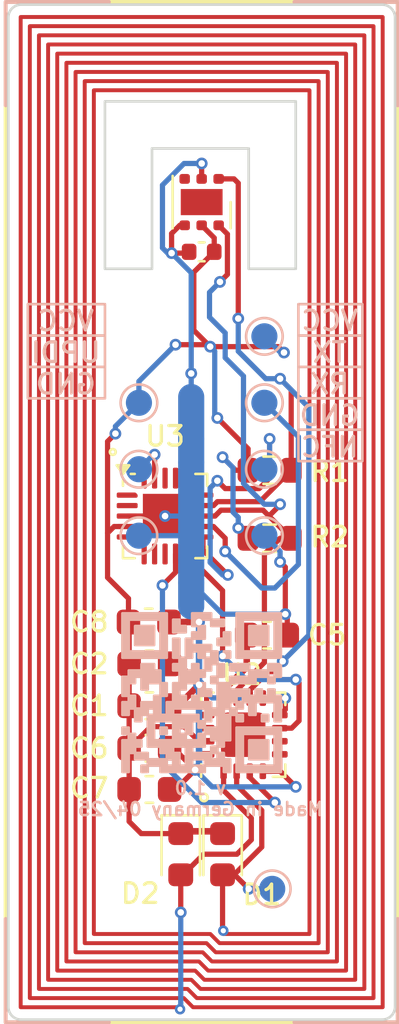
<source format=kicad_pcb>
(kicad_pcb (version 20240108) (generator "pcbnew") (generator_version "8.0")
  (title_block (comment 4 "AISLER Project ID: YAJLMFWK"))
  (layers (0 "F.Cu" signal) (1 "In1.Cu" signal) (2 "In2.Cu" signal) (31 "B.Cu" signal) (34 "B.Paste" user) (35 "F.Paste" user) (36 "B.SilkS" user "B.Silkscreen") (37 "F.SilkS" user "F.Silkscreen") (38 "B.Mask" user) (39 "F.Mask" user) (44 "Edge.Cuts" user))
  (net 0 "")
  (net 1 "GND")
  (net 2 "ANT2")
  (net 3 "ANT1")
  (net 4 "SCL")
  (net 5 "SDA")
  (net 6 "RF430_RST")
  (net 7 "RF430_INT")
  (net 8 "Net-(U2-VCORE)")
  (net 9 "RX")
  (net 11 "UPDI")
  (net 18 "TX")
  (net 19 "ALERT")
  (net 21 "VCC")
  (footprint "Capacitor_SMD:C_0603_1608Metric" (layer "F.Cu") (at 132 56.5)
    (property "Reference" "C5" (at 2.3 0 0) (layer "F.SilkS") (effects (font (size 0.75 0.75) (thickness 0.125))))
    (property "Value" "0.47 uF")
    (pad "1" smd roundrect (at -0.775 0) (size 0.9 0.95) (layers "F.Cu" "F.Paste" "F.Mask") (net 8 "Net-(U2-VCORE)"))
    (pad "2" smd roundrect (at 0.775 0) (size 0.9 0.95) (layers "F.Cu" "F.Paste" "F.Mask") (net 1 "GND"))
  )
  (footprint "Capacitor_SMD:C_0603_1608Metric" (layer "F.Cu") (at 127.5 60.825)
    (property "Reference" "C6" (at -2.3 0 0) (layer "F.SilkS") (effects (font (size 0.75 0.75) (thickness 0.125))))
    (property "Value" "100uF")
    (pad "1" smd roundrect (at -0.775 0) (size 0.9 0.95) (layers "F.Cu" "F.Paste" "F.Mask") (net 21 "VCC"))
    (pad "2" smd roundrect (at 0.775 0) (size 0.9 0.95) (layers "F.Cu" "F.Paste" "F.Mask") (net 1 "GND"))
  )
  (footprint "Capacitor_SMD:C_0603_1608Metric" (layer "F.Cu") (at 127.5 59.2)
    (property "Reference" "C1" (at -2.3 0 0) (layer "F.SilkS") (effects (font (size 0.75 0.75) (thickness 0.125))))
    (property "Value" "1 uF")
    (pad "1" smd roundrect (at -0.775 0) (size 0.9 0.95) (layers "F.Cu" "F.Paste" "F.Mask") (net 21 "VCC"))
    (pad "2" smd roundrect (at 0.775 0) (size 0.9 0.95) (layers "F.Cu" "F.Paste" "F.Mask") (net 1 "GND"))
  )
  (footprint "Capacitor_SMD:C_0603_1608Metric" (layer "F.Cu") (at 127.5 57.6)
    (property "Reference" "C2" (at -2.3 0 0) (layer "F.SilkS") (effects (font (size 0.75 0.75) (thickness 0.125))))
    (property "Value" "0.1 uF")
    (pad "1" smd roundrect (at -0.775 0) (size 0.9 0.95) (layers "F.Cu" "F.Paste" "F.Mask") (net 21 "VCC"))
    (pad "2" smd roundrect (at 0.775 0) (size 0.9 0.95) (layers "F.Cu" "F.Paste" "F.Mask") (net 1 "GND"))
  )
  (footprint "unsurv_offline_pcb_footprints:38x14_378uH" (layer "F.Cu") (at 122.5 32.8)
    (property "Reference" "AE1" (hide yes))
    (property "Value" "Antenna_Dipole" (hide yes))
    (fp_line (start 6.172614 37.925) (end 6.172614 38) (stroke (width 0.12)) (layer "F.Cu"))
    (fp_line (start 7.827386 35.125) (end 7.827386 35) (stroke (width 0.12)) (layer "F.Cu"))
    (pad "1" smd custom (at 6.172614 37.925) (size 0.15 0.15) (layers "F.Cu") (net 3 "ANT1") (options (clearance outline) (anchor circle)) (primitives (gr_line (start 0 0) (end -6.097614 0) (width 0.15)) (gr_line (start -6.097614 0) (end -6.097614 -37.85) (width 0.15)) (gr_line (start -6.097614 -37.85) (end 7.752386 -37.85) (width 0.15)) (gr_line (start 7.752386 -37.85) (end 7.752386 0) (width 0.15)) (gr_line (start 7.752386 0) (end 0.494975 0) (width 0.15)) (gr_line (start 0.494975 0) (end 0.144975 -0.35) (width 0.15)) (gr_line (start 0.144975 -0.35) (end -5.747614 -0.35) (width 0.15)) (gr_line (start -5.747614 -0.35) (end -5.747614 -37.5) (width 0.15)) (gr_line (start -5.747614 -37.5) (end 7.402386 -37.5) (width 0.15)) (gr_line (start 7.402386 -37.5) (end 7.402386 -0.35) (width 0.15)) (gr_line (start 7.402386 -0.35) (end 0.639949 -0.35) (width 0.15)) (gr_line (start 0.639949 -0.35) (end 0.289949 -0.7) (width 0.15)) (gr_line (start 0.289949 -0.7) (end -5.397614 -0.7) (width 0.15)) (gr_line (start -5.397614 -0.7) (end -5.397614 -37.15) (width 0.15)) (gr_line (start -5.397614 -37.15) (end 7.052386 -37.15) (width 0.15)) (gr_line (start 7.052386 -37.15) (end 7.052386 -0.7) (width 0.15)) (gr_line (start 7.052386 -0.7) (end 0.784924 -0.7) (width 0.15)) (gr_line (start 0.784924 -0.7) (end 0.434924 -1.05) (width 0.15)) (gr_line (start 0.434924 -1.05) (end -5.047614 -1.05) (width 0.15)) (gr_line (start -5.047614 -1.05) (end -5.047614 -36.8) (width 0.15)) (gr_line (start -5.047614 -36.8) (end 6.702386 -36.8) (width 0.15)) (gr_line (start 6.702386 -36.8) (end 6.702386 -1.05) (width 0.15)) (gr_line (start 6.702386 -1.05) (end 0.929899 -1.05) (width 0.15)) (gr_line (start 0.929899 -1.05) (end 0.579899 -1.4) (width 0.15)) (gr_line (start 0.579899 -1.4) (end -4.697614 -1.4) (width 0.15)) (gr_line (start -4.697614 -1.4) (end -4.697614 -36.45) (width 0.15)) (gr_line (start -4.697614 -36.45) (end 6.352386 -36.45) (width 0.15)) (gr_line (start 6.352386 -36.45) (end 6.352386 -1.4) (width 0.15)) (gr_line (start 6.352386 -1.4) (end 1.074874 -1.4) (width 0.15)) (gr_line (start 1.074874 -1.4) (end 0.724874 -1.75) (width 0.15)) (gr_line (start 0.724874 -1.75) (end -4.347614 -1.75) (width 0.15)) (gr_line (start -4.347614 -1.75) (end -4.347614 -36.1) (width 0.15)) (gr_line (start -4.347614 -36.1) (end 6.002386 -36.1) (width 0.15)) (gr_line (start 6.002386 -36.1) (end 6.002386 -1.75) (width 0.15)) (gr_line (start 6.002386 -1.75) (end 1.219848 -1.75) (width 0.15)) (gr_line (start 1.219848 -1.75) (end 0.869848 -2.1) (width 0.15)) (gr_line (start 0.869848 -2.1) (end -3.997614 -2.1) (width 0.15)) (gr_line (start -3.997614 -2.1) (end -3.997614 -35.75) (width 0.15)) (gr_line (start -3.997614 -35.75) (end 5.652386 -35.75) (width 0.15)) (gr_line (start 5.652386 -35.75) (end 5.652386 -2.1) (width 0.15)) (gr_line (start 5.652386 -2.1) (end 1.364823 -2.1) (width 0.15)) (gr_line (start 1.364823 -2.1) (end 1.014823 -2.45) (width 0.15)) (gr_line (start 1.014823 -2.45) (end -3.647614 -2.45) (width 0.15)) (gr_line (start -3.647614 -2.45) (end -3.647614 -35.4) (width 0.15)) (gr_line (start -3.647614 -35.4) (end 5.302386 -35.4) (width 0.15)) (gr_line (start 5.302386 -35.4) (end 5.302386 -2.45) (width 0.15)) (gr_line (start 5.302386 -2.45) (end 1.509798 -2.45) (width 0.15)) (gr_line (start 1.509798 -2.45) (end 1.159798 -2.8) (width 0.15)) (gr_line (start 1.159798 -2.8) (end -3.297614 -2.8) (width 0.15)) (gr_line (start -3.297614 -2.8) (end -3.297614 -35.05) (width 0.15)) (gr_line (start -3.297614 -35.05) (end 4.952386 -35.05) (width 0.15)) (gr_line (start 4.952386 -35.05) (end 4.952386 -2.8) (width 0.15))))
    (pad "1" thru_hole circle (at 6.172614 38) (size 0.4 0.4) (drill 0.2) (layers "*.Cu" "*.Mask") (net 3 "ANT1"))
    (pad "2" thru_hole circle (at 7.827386 35) (size 0.4 0.4) (drill 0.2) (layers "*.Cu" "*.Mask") (net 2 "ANT2"))
    (pad "2" smd custom (at 7.827386 35.125) (size 0.15 0.15) (layers "F.Cu") (net 2 "ANT2") (options (clearance outline) (anchor circle)) (primitives (gr_line (start 0 0) (end 3.297614 0) (width 0.15))))
  )
  (footprint "unsurv_offline_pcb_footprints:RF430_3x3mm_regular_noBCu" (layer "F.Cu") (at 131.089341 60.30708 90)
    (property "Reference" "U2" (at 2.3 -0.05 0) (layer "F.SilkS") (effects (font (size 0.75 0.75) (thickness 0.125))))
    (property "Value" "RF430CL330HIRGTR‎")
    (pad "1" smd roundrect (at -1.4 -0.75 90) (size 0.6 0.25) (layers "F.Cu" "F.Paste" "F.Mask") (net 3 "ANT1"))
    (pad "2" smd roundrect (at -1.4 -0.25 270) (size 0.6 0.25) (layers "F.Cu" "F.Paste" "F.Mask") (net 2 "ANT2"))
    (pad "3" smd roundrect (at -1.4 0.25 270) (size 0.6 0.25) (layers "F.Cu" "F.Paste" "F.Mask") (net 6 "RF430_RST"))
    (pad "4" smd roundrect (at -1.4 0.75 270) (size 0.6 0.25) (layers "F.Cu" "F.Paste" "F.Mask") (net 1 "GND"))
    (pad "5" smd roundrect (at -0.75 1.4 180) (size 0.6 0.25) (layers "F.Cu" "F.Paste" "F.Mask") (net 1 "GND"))
    (pad "6" smd roundrect (at -0.25 1.4 180) (size 0.6 0.25) (layers "F.Cu" "F.Paste" "F.Mask") (net 1 "GND"))
    (pad "7" smd roundrect (at 0.25 1.4 180) (size 0.6 0.25) (layers "F.Cu" "F.Paste" "F.Mask") (net 7 "RF430_INT"))
    (pad "8" smd roundrect (at 0.75 1.4 180) (size 0.6 0.25) (layers "F.Cu" "F.Paste" "F.Mask") (net 1 "GND"))
    (pad "9" smd roundrect (at 1.4 0.75 270) (size 0.6 0.25) (layers "F.Cu" "F.Paste" "F.Mask") (net 1 "GND"))
    (pad "10" smd roundrect (at 1.4 0.25 90) (size 0.6 0.25) (layers "F.Cu" "F.Paste" "F.Mask") (net 4 "SCL"))
    (pad "11" smd roundrect (at 1.4 -0.25 90) (size 0.6 0.25) (layers "F.Cu" "F.Paste" "F.Mask") (net 5 "SDA"))
    (pad "12" smd roundrect (at 1.4 -0.75 90) (size 0.6 0.25) (layers "F.Cu" "F.Paste" "F.Mask") (net 8 "Net-(U2-VCORE)"))
    (pad "13" smd roundrect (at 0.75 -1.4) (size 0.6 0.25) (layers "F.Cu" "F.Paste" "F.Mask") (net 1 "GND"))
    (pad "14" smd roundrect (at 0.25 -1.4 180) (size 0.6 0.25) (layers "F.Cu" "F.Paste" "F.Mask"))
    (pad "15" smd roundrect (at -0.25 -1.4 180) (size 0.6 0.25) (layers "F.Cu" "F.Paste" "F.Mask") (net 21 "VCC"))
    (pad "16" smd roundrect (at -0.75 -1.4 180) (size 0.6 0.25) (layers "F.Cu" "F.Paste" "F.Mask"))
    (pad "17" smd roundrect (at 0 0 90) (size 1.7 1.7) (layers "F.Cu" "F.Mask") (roundrect_rratio 0.147059))
  )
  (footprint "unsurv_offline_pcb_footprints:TMP117 WSON-6-1EP_2x2mm_P0.65mm_no_pad_paste" (layer "F.Cu") (at 129.5 39.95 -90)
    (property "Reference" "U1" (hide yes))
    (property "Value" "TMP117AIDRVR")
    (pad "1" smd roundrect (at -0.8875 -0.65 270) (size 0.375 0.4) (layers "F.Cu" "F.Paste" "F.Mask") (net 4 "SCL"))
    (pad "2" smd roundrect (at -0.8875 0 270) (size 0.375 0.4) (layers "F.Cu" "F.Paste" "F.Mask") (net 1 "GND"))
    (pad "3" smd roundrect (at -0.8875 0.65 270) (size 0.375 0.4) (layers "F.Cu" "F.Paste" "F.Mask"))
    (pad "4" smd roundrect (at 0.8875 0.65 270) (size 0.375 0.4) (layers "F.Cu" "F.Paste" "F.Mask") (net 1 "GND"))
    (pad "5" smd roundrect (at 0.8875 0 270) (size 0.375 0.4) (layers "F.Cu" "F.Paste" "F.Mask") (net 21 "VCC"))
    (pad "6" smd roundrect (at 0.8875 -0.65 270) (size 0.375 0.4) (layers "F.Cu" "F.Paste" "F.Mask") (net 5 "SDA"))
    (pad "7" smd rect (at 0 0 270) (size 1 1.6) (layers "F.Cu" "F.Mask"))
  )
  (footprint "Capacitor_SMD:C_0603_1608Metric" (layer "F.Cu") (at 127.5 62.4)
    (property "Reference" "C7" (at -2.3 -0.05 0) (layer "F.SilkS") (effects (font (size 0.75 0.75) (thickness 0.125))))
    (property "Value" "1uf")
    (pad "1" smd roundrect (at -0.775 0) (size 0.9 0.95) (layers "F.Cu" "F.Paste" "F.Mask") (net 21 "VCC"))
    (pad "2" smd roundrect (at 0.775 0) (size 0.9 0.95) (layers "F.Cu" "F.Paste" "F.Mask") (net 1 "GND"))
  )
  (footprint "unsurv_offline_pcb_footprints:VQFN-20-1EP_3x3mm_P0.4mm_EP1.7x1.7mm_edited" (layer "F.Cu") (at 128.1 51.95)
    (property "Reference" "U3" (at 0 -3.05 0) (layer "F.SilkS") (effects (font (size 0.75 0.75) (thickness 0.125))))
    (property "Value" "ATtiny1626-MFR")
    (pad "1" smd custom (at -1.45 -0.8) (size 0.143431 0.143431) (layers "F.Cu" "F.Paste" "F.Mask") (options (clearance outline) (anchor circle)) (primitives (gr_poly (pts (xy -0.35 -0.05) (xy 0.299289 -0.05) (xy 0.35 0.000711) (xy 0.35 0.05) (xy -0.35 0.05)) (width 0.1) (fill yes))))
    (pad "2" smd roundrect (at -1.45 -0.4) (size 0.8 0.2) (layers "F.Cu" "F.Paste" "F.Mask"))
    (pad "3" smd roundrect (at -1.45 0) (size 0.8 0.2) (layers "F.Cu" "F.Paste" "F.Mask") (net 1 "GND"))
    (pad "4" smd roundrect (at -1.45 0.4) (size 0.8 0.2) (layers "F.Cu" "F.Paste" "F.Mask") (net 21 "VCC"))
    (pad "5" smd custom (at -1.45 0.8) (size 0.143431 0.143431) (layers "F.Cu" "F.Paste" "F.Mask") (options (clearance outline) (anchor circle)) (primitives (gr_poly (pts (xy -0.35 -0.05) (xy 0.35 -0.05) (xy 0.35 -0.000711) (xy 0.299289 0.05) (xy -0.35 0.05)) (width 0.1) (fill yes))))
    (pad "6" smd custom (at -0.8 1.45) (size 0.143431 0.143431) (layers "F.Cu" "F.Paste" "F.Mask") (options (clearance outline) (anchor circle)) (primitives (gr_poly (pts (xy -0.05 -0.299289) (xy 0.000711 -0.35) (xy 0.05 -0.35) (xy 0.05 0.35) (xy -0.05 0.35)) (width 0.1) (fill yes))))
    (pad "7" smd roundrect (at -0.4 1.45) (size 0.2 0.8) (layers "F.Cu" "F.Paste" "F.Mask"))
    (pad "8" smd roundrect (at 0 1.45) (size 0.2 0.8) (layers "F.Cu" "F.Paste" "F.Mask"))
    (pad "9" smd roundrect (at 0.4 1.45) (size 0.2 0.8) (layers "F.Cu" "F.Paste" "F.Mask") (net 6 "RF430_RST"))
    (pad "10" smd custom (at 0.8 1.45) (size 0.143431 0.143431) (layers "F.Cu" "F.Paste" "F.Mask") (net 7 "RF430_INT") (options (clearance outline) (anchor circle)) (primitives (gr_poly (pts (xy -0.05 -0.35) (xy -0.000711 -0.35) (xy 0.05 -0.299289) (xy 0.05 0.35) (xy -0.05 0.35)) (width 0.1) (fill yes))))
    (pad "11" smd custom (at 1.45 0.8) (size 0.143431 0.143431) (layers "F.Cu" "F.Paste" "F.Mask") (net 9 "RX") (options (clearance outline) (anchor circle)) (primitives (gr_poly (pts (xy -0.35 -0.05) (xy 0.35 -0.05) (xy 0.35 0.05) (xy -0.299289 0.05) (xy -0.35 -0.000711)) (width 0.1) (fill yes))))
    (pad "12" smd roundrect (at 1.45 0.4) (size 0.8 0.2) (layers "F.Cu" "F.Paste" "F.Mask") (net 18 "TX"))
    (pad "13" smd roundrect (at 1.45 0) (size 0.8 0.2) (layers "F.Cu" "F.Paste" "F.Mask") (net 5 "SDA"))
    (pad "14" smd roundrect (at 1.45 -0.4) (size 0.8 0.2) (layers "F.Cu" "F.Paste" "F.Mask") (net 4 "SCL"))
    (pad "15" smd custom (at 1.45 -0.8) (size 0.143431 0.143431) (layers "F.Cu" "F.Paste" "F.Mask") (options (clearance outline) (anchor circle)) (primitives (gr_poly (pts (xy -0.35 0.000711) (xy -0.299289 -0.05) (xy 0.35 -0.05) (xy 0.35 0.05) (xy -0.35 0.05)) (width 0.1) (fill yes))))
    (pad "16" smd custom (at 0.8 -1.45) (size 0.143431 0.143431) (layers "F.Cu" "F.Paste" "F.Mask") (options (clearance outline) (anchor circle)) (primitives (gr_poly (pts (xy -0.05 -0.35) (xy 0.05 -0.35) (xy 0.05 0.299289) (xy -0.000711 0.35) (xy -0.05 0.35)) (width 0.1) (fill yes))))
    (pad "17" smd roundrect (at 0.4 -1.45) (size 0.2 0.8) (layers "F.Cu" "F.Paste" "F.Mask"))
    (pad "18" smd roundrect (at 0 -1.45) (size 0.2 0.8) (layers "F.Cu" "F.Paste" "F.Mask") (net 19 "ALERT"))
    (pad "19" smd roundrect (at -0.4 -1.45) (size 0.2 0.8) (layers "F.Cu" "F.Paste" "F.Mask") (net 11 "UPDI"))
    (pad "20" smd custom (at -0.8 -1.45) (size 0.143431 0.143431) (layers "F.Cu" "F.Paste" "F.Mask") (options (clearance outline) (anchor circle)) (primitives (gr_poly (pts (xy -0.05 -0.35) (xy 0.05 -0.35) (xy 0.05 0.35) (xy 0.000711 0.35) (xy -0.05 0.299289)) (width 0.1) (fill yes))))
    (pad "21" smd rect (at 0 0) (size 1.7 1.7) (property pad_prop_heatsink) (layers "F.Cu" "F.Mask") (net 1 "GND"))
  )
  (footprint "Capacitor_SMD:C_0603_1608Metric" (layer "F.Cu") (at 127.475 56)
    (property "Reference" "C8" (at -2.275 0 0) (layer "F.SilkS") (effects (font (size 0.75 0.75) (thickness 0.125))))
    (property "Value" "0.1 uF")
    (pad "1" smd roundrect (at -0.775 0) (size 0.9 0.95) (layers "F.Cu" "F.Paste" "F.Mask") (net 21 "VCC"))
    (pad "2" smd roundrect (at 0.775 0) (size 0.9 0.95) (layers "F.Cu" "F.Paste" "F.Mask") (net 1 "GND"))
  )
  (footprint "Diode_SMD:D_0603_1608Metric" (layer "F.Cu") (at 130.3 64.875 -90)
    (property "Reference" "D1" (at 1.55 -1.5 0) (layer "F.SilkS") (effects (font (size 0.75 0.75) (thickness 0.125))))
    (property "Value" "CDBU0130L")
    (pad "1" smd roundrect (at -0.7875 0 270) (size 0.875 0.95) (layers "F.Cu" "F.Paste" "F.Mask") (net 21 "VCC"))
    (pad "2" smd roundrect (at 0.7875 0 270) (size 0.875 0.95) (layers "F.Cu" "F.Paste" "F.Mask") (net 2 "ANT2"))
  )
  (footprint "Resistor_SMD:R_0603_1608Metric" (layer "F.Cu") (at 132.1 50.2)
    (property "Reference" "R1" (at 2.3 0.05 0) (layer "F.SilkS") (effects (font (size 0.75 0.75) (thickness 0.125))))
    (property "Value" "4.7k")
    (pad "1" smd roundrect (at -0.825 0) (size 0.8 0.95) (layers "F.Cu" "F.Paste" "F.Mask") (net 21 "VCC"))
    (pad "2" smd roundrect (at 0.825 0) (size 0.8 0.95) (layers "F.Cu" "F.Paste" "F.Mask") (net 4 "SCL"))
  )
  (footprint "Capacitor_SMD:C_0402_1005Metric" (layer "F.Cu") (at 129.5 41.85 180)
    (property "Reference" "C3" (hide yes))
    (property "Value" "0.1 uF")
    (pad "1" smd roundrect (at -0.48 0 180) (size 0.56 0.62) (layers "F.Cu" "F.Paste" "F.Mask") (net 21 "VCC"))
    (pad "2" smd roundrect (at 0.48 0 180) (size 0.56 0.62) (layers "F.Cu" "F.Paste" "F.Mask") (net 1 "GND"))
  )
  (footprint "Resistor_SMD:R_0603_1608Metric" (layer "F.Cu") (at 132.1 52.8)
    (property "Reference" "R2" (at 2.3 -0.05 0) (layer "F.SilkS") (effects (font (size 0.75 0.75) (thickness 0.125))))
    (property "Value" "4.7k")
    (pad "1" smd roundrect (at -0.825 0) (size 0.8 0.95) (layers "F.Cu" "F.Paste" "F.Mask") (net 21 "VCC"))
    (pad "2" smd roundrect (at 0.825 0) (size 0.8 0.95) (layers "F.Cu" "F.Paste" "F.Mask") (net 5 "SDA"))
  )
  (footprint "Diode_SMD:D_0603_1608Metric" (layer "F.Cu") (at 128.7 64.875 -90)
    (property "Reference" "D2" (at 1.5 1.55 0) (layer "F.SilkS") (effects (font (size 0.75 0.75) (thickness 0.125))))
    (property "Value" "CDBU0130L")
    (pad "1" smd roundrect (at -0.7875 0 270) (size 0.875 0.95) (layers "F.Cu" "F.Paste" "F.Mask") (net 21 "VCC"))
    (pad "2" smd roundrect (at 0.7875 0 270) (size 0.875 0.95) (layers "F.Cu" "F.Paste" "F.Mask") (net 3 "ANT1"))
  )
  (footprint "TestPoint:TestPoint_Pad_D1.0mm" (layer "B.Cu") (at 131.9 45.08 180)
    (property "Reference" "TP4" (hide yes))
    (property "Value" "TestPoint")
    (pad "1" smd circle (at 0 0 180) (size 1 1) (layers "B.Cu" "B.Mask") (net 21 "VCC"))
  )
  (footprint "TestPoint:TestPoint_Pad_D1.0mm" (layer "B.Cu") (at 127.1 47.62 90)
    (property "Reference" "VCC1" (hide yes))
    (property "Value" "TestPoint")
    (pad "1" smd circle (at 0 0 90) (size 1 1) (layers "B.Cu" "B.Mask") (net 21 "VCC"))
  )
  (footprint "TestPoint:TestPoint_Pad_D1.0mm" (layer "B.Cu") (at 127.1 50.16 90)
    (property "Reference" "UPDI1" (hide yes))
    (property "Value" "TestPoint")
    (pad "1" smd circle (at 0 0 90) (size 1 1) (layers "B.Cu" "B.Mask") (net 11 "UPDI"))
  )
  (footprint "TestPoint:TestPoint_Pad_D1.0mm" (layer "B.Cu") (at 131.9 52.7 180)
    (property "Reference" "TP3" (hide yes))
    (property "Value" "TestPoint")
    (pad "1" smd circle (at 0 0 180) (size 1 1) (layers "B.Cu" "B.Mask") (net 1 "GND"))
  )
  (footprint "unsurv_offline_pcb_footprints:QR_shop" (layer "B.Cu") (at 129.5 58.7 180)
    (property "Reference" "QR_ref1" (hide yes))
    (property "Value" "TestPoint" (hide yes))
  )
  (footprint "TestPoint:TestPoint_Pad_D1.0mm" (layer "B.Cu") (at 132.2 66.2 180)
    (property "Reference" "TP5" (hide yes))
    (property "Value" "TestPoint")
    (pad "1" smd circle (at 0 0 180) (size 1 1) (layers "B.Cu" "B.Mask") (net 2 "ANT2"))
  )
  (footprint "TestPoint:TestPoint_Pad_D1.0mm" (layer "B.Cu") (at 127.1 52.7 90)
    (property "Reference" "GND1" (hide yes))
    (property "Value" "TestPoint")
    (pad "1" smd circle (at 0 0 90) (size 1 1) (layers "B.Cu" "B.Mask") (net 1 "GND"))
  )
  (footprint "TestPoint:TestPoint_Pad_D1.0mm" (layer "B.Cu") (at 131.9 50.16 180)
    (property "Reference" "TP1" (hide yes))
    (property "Value" "TestPoint")
    (pad "1" smd circle (at 0 0 180) (size 1 1) (layers "B.Cu" "B.Mask") (net 9 "RX"))
  )
  (footprint "TestPoint:TestPoint_Pad_D1.0mm" (layer "B.Cu") (at 131.9 47.62 180)
    (property "Reference" "TP2" (hide yes))
    (property "Value" "TestPoint")
    (pad "1" smd circle (at 0 0 180) (size 1 1) (layers "B.Cu" "B.Mask") (net 18 "TX"))
  )
  (gr_rect (start 133.2 43.85) (end 135.65 45.05) (stroke (width 0.1)) (fill none) (layer "B.SilkS"))
  (gr_rect (start 122.85 45.05) (end 125.8 46.25) (stroke (width 0.1)) (fill none) (layer "B.SilkS"))
  (gr_rect (start 122.85 43.85) (end 125.8 45.05) (stroke (width 0.1)) (fill none) (layer "B.SilkS"))
  (gr_rect (start 133.2 48.65) (end 135.65 49.85) (stroke (width 0.1)) (fill none) (layer "B.SilkS"))
  (gr_rect (start 133.2 46.25) (end 135.65 47.45) (stroke (width 0.1)) (fill none) (layer "B.SilkS"))
  (gr_rect (start 122.85 46.25) (end 125.8 47.45) (stroke (width 0.1)) (fill none) (layer "B.SilkS"))
  (gr_rect (start 133.2 45.05) (end 135.65 46.25) (stroke (width 0.1)) (fill none) (layer "B.SilkS"))
  (gr_rect (start 133.2 47.45) (end 135.65 48.65) (stroke (width 0.1)) (fill none) (layer "B.SilkS"))
  (gr_circle (center 126.1 49.5) (end 126.05 49.6) (stroke (width 0.1)) (fill none) (layer "F.SilkS"))
  (gr_line (start 125.8 36.1) (end 125.8 42.5) (stroke (width 0.1)) (layer "Edge.Cuts"))
  (gr_arc (start 136.4 32.4) (mid 136.753553 32.546447) (end 136.9 32.9) (stroke (width 0.1)) (layer "Edge.Cuts"))
  (gr_line (start 133.1 36.1) (end 125.8 36.1) (stroke (width 0.1)) (layer "Edge.Cuts"))
  (gr_line (start 122.6 32.4) (end 136.4 32.4) (stroke (width 0.1)) (layer "Edge.Cuts"))
  (gr_line (start 127.6 42.5) (end 127.6 37.9) (stroke (width 0.1)) (layer "Edge.Cuts"))
  (gr_arc (start 122.1 32.9) (mid 122.246447 32.546447) (end 122.6 32.4) (stroke (width 0.1)) (layer "Edge.Cuts"))
  (gr_arc (start 122.6 71.2) (mid 122.246447 71.053553) (end 122.1 70.7) (stroke (width 0.1)) (layer "Edge.Cuts"))
  (gr_line (start 127.6 42.5) (end 125.8 42.5) (stroke (width 0.1)) (layer "Edge.Cuts"))
  (gr_arc (start 136.900001 70.700001) (mid 136.753554 71.053554) (end 136.400001 71.200001) (stroke (width 0.1)) (layer "Edge.Cuts"))
  (gr_line (start 136.9 32.9) (end 136.9 70.7) (stroke (width 0.1)) (layer "Edge.Cuts"))
  (gr_line (start 122.1 70.7) (end 122.1 32.9) (stroke (width 0.1)) (layer "Edge.Cuts"))
  (gr_line (start 131.3 37.9) (end 127.6 37.9) (stroke (width 0.1)) (layer "Edge.Cuts"))
  (gr_line (start 131.3 42.5) (end 131.3 37.9) (stroke (width 0.1)) (layer "Edge.Cuts"))
  (gr_line (start 131.3 42.5) (end 133.1 42.5) (stroke (width 0.1)) (layer "Edge.Cuts"))
  (gr_line (start 136.4 71.2) (end 122.6 71.199999) (stroke (width 0.1)) (layer "Edge.Cuts"))
  (gr_line (start 133.1 42.5) (end 133.1 36.1) (stroke (width 0.1)) (layer "Edge.Cuts"))
  (gr_text "v 1.0\nMade in Germany 04/25" (at 129.45 62.75 0) (layer "B.SilkS") (effects (font (size 0.5 0.5) (thickness 0.1)) (justify mirror)))
  (gr_text "VCC\nTX\nRX\nGND\nNFC" (at 134.4 46.9 0) (layer "B.SilkS") (effects (font (size 0.75 0.75) (thickness 0.125)) (justify mirror)))
  (gr_text "VCC\nUPDI\nGND" (at 124.3 45.7 0) (layer "B.SilkS") (effects (font (size 0.75 0.75) (thickness 0.125)) (justify mirror)))
  (segment (start 129.689341 58.689341) (end 129.4 58.4) (width 0.2) (layer "F.Cu") (net 1))
  (segment (start 129.25 61.65) (end 128.525 62.375) (width 0.2) (layer "F.Cu") (net 1))
  (segment (start 132.7 59.346421) (end 132.489341 59.55708) (width 0.2) (layer "F.Cu") (net 1))
  (segment (start 128.35 41.9) (end 128.97 41.9) (width 0.2) (layer "F.Cu") (net 1))
  (segment (start 128.6 57.6) (end 129.4 58.4) (width 0.25) (layer "F.Cu") (net 1))
  (segment (start 128.25 57.6) (end 128.6 57.6) (width 0.25) (layer "F.Cu") (net 1))
  (segment (start 128.6 59.2) (end 129.4 58.4) (width 0.25) (layer "F.Cu") (net 1))
  (segment (start 132.489341 61.689341) (end 133.1 62.3) (width 0.2) (layer "F.Cu") (net 1))
  (segment (start 126.65 51.95) (end 128.1 51.95) (width 0.2) (layer "F.Cu") (net 1))
  (segment (start 128.25 56) (end 129.4 56) (width 0.25) (layer "F.Cu") (net 1))
  (segment (start 128.525 62.375) (end 128.25 62.375) (width 0.2) (layer "F.Cu") (net 1))
  (segment (start 128.425 60.825) (end 128.25 60.825) (width 0.2) (layer "F.Cu") (net 1))
  (segment (start 132.7 58.90708) (end 131.839341 58.90708) (width 0.2) (layer "F.Cu") (net 1))
  (segment (start 128.97 41.9) (end 129.02 41.85) (width 0.2) (layer "F.Cu") (net 1))
  (segment (start 128.25 59.2) (end 128.6 59.2) (width 0.25) (layer "F.Cu") (net 1))
  (segment (start 132.775 55.775) (end 132.7 55.7) (width 0.2) (layer "F.Cu") (net 1))
  (segment (start 128.85 40.8375) (end 128.6625 40.8375) (width 0.2) (layer "F.Cu") (net 1))
  (segment (start 132.7 53.9) (end 132.5 53.7) (width 0.2) (layer "F.Cu") (net 1))
  (segment (start 129.25 61.65) (end 128.425 60.825) (width 0.2) (layer "F.Cu") (net 1))
  (segment (start 128.35 41.15) (end 128.35 41.9) (width 0.2) (layer "F.Cu") (net 1))
  (segment (start 129.501474 38.47355) (end 129.5 38.475024) (width 0.2) (layer "F.Cu") (net 1))
  (segment (start 132.489341 60.55708) (end 132.489341 61.05708) (width 0.2) (layer "F.Cu") (net 1))
  (segment (start 132.7 55.7) (end 132.7 53.9) (width 0.2) (layer "F.Cu") (net 1))
  (segment (start 132.775 56.5) (end 132.775 55.775) (width 0.2) (layer "F.Cu") (net 1))
  (segment (start 132.50708 61.70708) (end 133.1 62.3) (width 0.2) (layer "F.Cu") (net 1))
  (segment (start 129.689341 59.55708) (end 129.689341 58.689341) (width 0.2) (layer "F.Cu") (net 1))
  (segment (start 132.489341 61.05708) (end 132.489341 61.689341) (width 0.2) (layer "F.Cu") (net 1))
  (segment (start 128.6625 40.8375) (end 128.35 41.15) (width 0.2) (layer "F.Cu") (net 1))
  (segment (start 132.7 58.90708) (end 132.7 59.346421) (width 0.2) (layer "F.Cu") (net 1))
  (segment (start 129.5 38.475024) (end 129.5 39.0625) (width 0.2) (layer "F.Cu") (net 1))
  (segment (start 131.839341 61.70708) (end 132.50708 61.70708) (width 0.2) (layer "F.Cu") (net 1))
  (via (at 129.4 56) (size 0.45) (drill 0.25) (layers "F.Cu" "B.Cu") (net 1))
  (via (at 129.501474 38.47355) (size 0.45) (drill 0.25) (layers "F.Cu" "B.Cu") (net 1))
  (via (at 128.1 51.95) (size 0.45) (drill 0.25) (layers "F.Cu" "B.Cu") (net 1))
  (via (at 132.7 58.90708) (size 0.45) (drill 0.25) (layers "F.Cu" "B.Cu") (net 1))
  (via (at 128.35 41.9) (size 0.45) (drill 0.25) (layers "F.Cu" "B.Cu") (net 1))
  (via (at 132.7 55.7) (size 0.45) (drill 0.25) (layers "F.Cu" "B.Cu") (net 1))
  (via (at 132.5 53.7) (size 0.45) (drill 0.25) (layers "F.Cu" "B.Cu") (net 1))
  (via (at 129.1 46.5) (size 0.45) (drill 0.25) (layers "F.Cu" "B.Cu") (net 1))
  (via (at 129.25 61.65) (size 0.45) (drill 0.25) (layers "F.Cu" "B.Cu") (net 1))
  (via (at 133.1 62.3) (size 0.45) (drill 0.25) (layers "F.Cu" "B.Cu") (net 1))
  (via (at 129.4 58.4) (size 0.45) (drill 0.25) (layers "F.Cu" "B.Cu") (net 1))
  (segment (start 129.1 46.5) (end 129.1 42.65) (width 0.2) (layer "B.Cu") (net 1))
  (segment (start 129.05 51.95) (end 129.1 51.9) (width 0.2) (layer "B.Cu") (net 1))
  (segment (start 129.1 51.9) (end 129.1 49.9) (width 1) (layer "B.Cu") (net 1))
  (segment (start 127.1 52.7) (end 129.1 52.7) (width 0.2) (layer "B.Cu") (net 1))
  (segment (start 129.4 55.7) (end 129.1 55.4) (width 0.25) (layer "B.Cu") (net 1))
  (segment (start 128.35 41.9) (end 128.2 41.9) (width 0.2) (layer "B.Cu") (net 1))
  (segment (start 129.9 62.3) (end 129.25 61.65) (width 0.2) (layer "B.Cu") (net 1))
  (segment (start 129.25 61.65) (end 129.4 61.5) (width 0.25) (layer "B.Cu") (net 1))
  (segment (start 132.7 58.90708) (end 132.69292 58.9) (width 0.2) (layer "B.Cu") (net 1))
  (segment (start 129.1 54.5) (end 129.1 53.6) (width 1) (layer "B.Cu") (net 1))
  (segment (start 132.69292 58.9) (end 129.9 58.9) (width 0.2) (layer "B.Cu") (net 1))
  (segment (start 129.1 49) (end 129.1 47.4) (width 1) (layer "B.Cu") (net 1))
  (segment (start 129.1 42.65) (end 128.35 41.9) (width 0.2) (layer "B.Cu") (net 1))
  (segment (start 132.5 53.7) (end 132.5 53.3) (width 0.2) (layer "B.Cu") (net 1))
  (segment (start 128 41.7) (end 128 39.3) (width 0.2) (layer "B.Cu") (net 1))
  (segment (start 129.1 46.5) (end 129.1 47.4) (width 0.2) (layer "B.Cu") (net 1))
  (segment (start 128.82645 38.47355) (end 129.501474 38.47355) (width 0.2) (layer "B.Cu") (net 1))
  (segment (start 129.4 58.4) (end 129.4 55.7) (width 0.25) (layer "B.Cu") (net 1))
  (segment (start 128.1 51.95) (end 129.05 51.95) (width 0.2) (layer "B.Cu") (net 1))
  (segment (start 129.1 52.7) (end 129.1 51.9) (width 1) (layer "B.Cu") (net 1))
  (segment (start 129.1 53.6) (end 129.1 52.7) (width 1) (layer "B.Cu") (net 1))
  (segment (start 128.2 41.9) (end 128 41.7) (width 0.2) (layer "B.Cu") (net 1))
  (segment (start 132.7 55.7) (end 130.3 55.7) (width 0.2) (layer "B.Cu") (net 1))
  (segment (start 129.4 61.5) (end 129.4 58.4) (width 0.25) (layer "B.Cu") (net 1))
  (segment (start 129.1 55.4) (end 129.1 54.5) (width 1) (layer "B.Cu") (net 1))
  (segment (start 133.1 62.3) (end 129.9 62.3) (width 0.2) (layer "B.Cu") (net 1))
  (segment (start 130.3 55.7) (end 129.1 54.5) (width 0.2) (layer "B.Cu") (net 1))
  (segment (start 129.1 46.5) (end 129.2 46.4) (width 0.2) (layer "B.Cu") (net 1))
  (segment (start 129.1 49.9) (end 129.1 49) (width 1) (layer "B.Cu") (net 1))
  (segment (start 132.5 53.3) (end 131.9 52.7) (width 0.2) (layer "B.Cu") (net 1))
  (segment (start 128 39.3) (end 128.82645 38.47355) (width 0.2) (layer "B.Cu") (net 1))
  (segment (start 129.9 58.9) (end 129.4 58.4) (width 0.2) (layer "B.Cu") (net 1))
  (segment (start 130.3 65.6625) (end 130.7625 65.6625) (width 0.2) (layer "F.Cu") (net 2))
  (segment (start 130.839341 62.239341) (end 131.8 63.2) (width 0.2) (layer "F.Cu") (net 2))
  (segment (start 130.7625 65.6625) (end 131.3 66.2) (width 0.2) (layer "F.Cu") (net 2))
  (segment (start 131.8 63.2) (end 131.8 64.6) (width 0.2) (layer "F.Cu") (net 2))
  (segment (start 130.3 65.6625) (end 130.3 67.772614) (width 0.2) (layer "F.Cu") (net 2))
  (segment (start 130.7375 65.6625) (end 130.3 65.6625) (width 0.2) (layer "F.Cu") (net 2))
  (segment (start 130.3 67.772614) (end 130.327386 67.8) (width 0.2) (layer "F.Cu") (net 2))
  (segment (start 131.8 64.6) (end 130.7375 65.6625) (width 0.2) (layer "F.Cu") (net 2))
  (segment (start 130.839341 61.70708) (end 130.839341 62.239341) (width 0.2) (layer "F.Cu") (net 2))
  (via (at 131.3 66.2) (size 0.45) (drill 0.25) (layers "F.Cu" "B.Cu") (net 2))
  (segment (start 131.3 66.2) (end 132.2 66.2) (width 0.2) (layer "B.Cu") (net 2))
  (segment (start 129.575 64.875) (end 128.7875 65.6625) (width 0.2) (layer "F.Cu") (net 3))
  (segment (start 128.622614 65.422614) (end 128.6 65.4) (width 0.2) (layer "F.Cu") (net 3))
  (segment (start 130.339341 62.439341) (end 131.4 63.5) (width 0.2) (layer "F.Cu") (net 3))
  (segment (start 130.339341 61.70708) (end 130.339341 62.439341) (width 0.2) (layer "F.Cu") (net 3))
  (segment (start 130.85 64.875) (end 129.575 64.875) (width 0.2) (layer "F.Cu") (net 3))
  (segment (start 128.7 65.6625) (end 128.7 67.1) (width 0.2) (layer "F.Cu") (net 3))
  (segment (start 131.4 64.325) (end 130.85 64.875) (width 0.2) (layer "F.Cu") (net 3))
  (segment (start 131.4 63.5) (end 131.4 64.325) (width 0.2) (layer "F.Cu") (net 3))
  (segment (start 128.7875 65.6625) (end 128.7 65.6625) (width 0.2) (layer "F.Cu") (net 3))
  (via (at 128.7 67.1) (size 0.45) (drill 0.25) (layers "F.Cu" "B.Cu") (net 3))
  (segment (start 128.7 70.772614) (end 128.672614 70.8) (width 0.2) (layer "B.Cu") (net 3))
  (segment (start 128.7 67.1) (end 128.7 70.772614) (width 0.2) (layer "B.Cu") (net 3))
  (segment (start 131.339341 58.607081) (end 131.339341 58.90708) (width 0.2) (layer "F.Cu") (net 4))
  (segment (start 130.9 39.225) (end 130.7375 39.0625) (width 0.2) (layer "F.Cu") (net 4))
  (segment (start 129.952514 51.55) (end 130.102514 51.4) (width 0.2) (layer "F.Cu") (net 4))
  (segment (start 130.7375 39.0625) (end 130.15 39.0625) (width 0.2) (layer "F.Cu") (net 4))
  (segment (start 132.2 57.9) (end 132.046422 57.9) (width 0.2) (layer "F.Cu") (net 4))
  (segment (start 132.046422 57.9) (end 131.339341 58.607081) (width 0.2) (layer "F.Cu") (net 4))
  (segment (start 129.55 51.55) (end 129.952514 51.55) (width 0.2) (layer "F.Cu") (net 4))
  (segment (start 131.725 51.4) (end 132.925 50.2) (width 0.2) (layer "F.Cu") (net 4))
  (segment (start 132.925 47.125) (end 132.5 46.7) (width 0.2) (layer "F.Cu") (net 4))
  (segment (start 130.9 44.4) (end 130.9 39.225) (width 0.2) (layer "F.Cu") (net 4))
  (segment (start 130.102514 51.4) (end 131.725 51.4) (width 0.2) (layer "F.Cu") (net 4))
  (segment (start 132.6 57.5) (end 132.2 57.9) (width 0.2) (layer "F.Cu") (net 4))
  (segment (start 132.925 50.2) (end 132.925 47.125) (width 0.2) (layer "F.Cu") (net 4))
  (via (at 132.5 46.7) (size 0.45) (drill 0.25) (layers "F.Cu" "B.Cu") (net 4))
  (via (at 132.6 57.5) (size 0.45) (drill 0.25) (layers "F.Cu" "B.Cu") (net 4))
  (via (at 130.9 44.4) (size 0.45) (drill 0.25) (layers "F.Cu" "B.Cu") (net 4))
  (segment (start 133.6 47.8) (end 132.5 46.7) (width 0.2) (layer "B.Cu") (net 4))
  (segment (start 131.95 46.7) (end 132.5 46.7) (width 0.2) (layer "B.Cu") (net 4))
  (segment (start 130.9 45.65) (end 131.95 46.7) (width 0.2) (layer "B.Cu") (net 4))
  (segment (start 133.6 56.5) (end 133.6 47.8) (width 0.2) (layer "B.Cu") (net 4))
  (segment (start 132.6 57.5) (end 133.6 56.5) (width 0.2) (layer "B.Cu") (net 4))
  (segment (start 130.9 44.4) (end 130.9 45.65) (width 0.2) (layer "B.Cu") (net 4))
  (segment (start 132.925 52.8) (end 132.5 52.8) (width 0.2) (layer "F.Cu") (net 5))
  (segment (start 130.839341 58.607081) (end 130.839341 58.90708) (width 0.2) (layer "F.Cu") (net 5))
  (segment (start 130.485 41.1725) (end 130.15 40.8375) (width 0.2) (layer "F.Cu") (net 5))
  (segment (start 131.85 51.725) (end 132.075 51.95) (width 0.2) (layer "F.Cu") (net 5))
  (segment (start 132.5 51.525) (end 132.5 51.5) (width 0.2) (layer "F.Cu") (net 5))
  (segment (start 131.9 53.4) (end 131.9 57.546422) (width 0.2) (layer "F.Cu") (net 5))
  (segment (start 129.55 51.95) (end 130.012133 51.95) (width 0.2) (layer "F.Cu") (net 5))
  (segment (start 130.237133 51.725) (end 131.85 51.725) (width 0.2) (layer "F.Cu") (net 5))
  (segment (start 132.075 51.95) (end 132.5 51.525) (width 0.2) (layer "F.Cu") (net 5))
  (segment (start 130.2 43) (end 130.485 42.715) (width 0.2) (layer "F.Cu") (net 5))
  (segment (start 132.5 52.8) (end 131.9 53.4) (width 0.2) (layer "F.Cu") (net 5))
  (segment (start 130.012133 51.95) (end 130.237133 51.725) (width 0.2) (layer "F.Cu") (net 5))
  (segment (start 130.485 42.715) (end 130.485 41.1725) (width 0.2) (layer "F.Cu") (net 5))
  (segment (start 131.9 57.546422) (end 130.839341 58.607081) (width 0.2) (layer "F.Cu") (net 5))
  (segment (start 132.075 51.95) (end 132.925 52.8) (width 0.2) (layer "F.Cu") (net 5))
  (via (at 130.2 43) (size 0.45) (drill 0.25) (layers "F.Cu" "B.Cu") (net 5))
  (via (at 132.5 51.5) (size 0.45) (drill 0.25) (layers "F.Cu" "B.Cu") (net 5))
  (segment (start 130.2 43) (end 129.8 43.4) (width 0.2) (layer "B.Cu") (net 5))
  (segment (start 131.1 50.7) (end 131.9 51.5) (width 0.2) (layer "B.Cu") (net 5))
  (segment (start 129.8 43.4) (end 129.8 44.35) (width 0.2) (layer "B.Cu") (net 5))
  (segment (start 130.4 45.9) (end 131.1 46.6) (width 0.2) (layer "B.Cu") (net 5))
  (segment (start 131.9 51.5) (end 132.5 51.5) (width 0.2) (layer "B.Cu") (net 5))
  (segment (start 129.8 44.35) (end 130.4 44.95) (width 0.2) (layer "B.Cu") (net 5))
  (segment (start 131.1 46.6) (end 131.1 50.7) (width 0.2) (layer "B.Cu") (net 5))
  (segment (start 130.4 44.95) (end 130.4 45.9) (width 0.2) (layer "B.Cu") (net 5))
  (segment (start 131.339341 61.939341) (end 132.3 62.9) (width 0.2) (layer "F.Cu") (net 6))
  (segment (start 131.339341 61.70708) (end 131.339341 61.939341) (width 0.2) (layer "F.Cu") (net 6))
  (segment (start 128.5 53.4) (end 128.5 54.1) (width 0.2) (layer "F.Cu") (net 6))
  (segment (start 128.5 54.1) (end 128 54.6) (width 0.2) (layer "F.Cu") (net 6))
  (via (at 128 54.6) (size 0.45) (drill 0.25) (layers "F.Cu" "B.Cu") (net 6))
  (via (at 132.3 62.9) (size 0.45) (drill 0.25) (layers "F.Cu" "B.Cu") (net 6))
  (segment (start 128 61.4) (end 128 54.6) (width 0.2) (layer "B.Cu") (net 6))
  (segment (start 132.3 62.9) (end 129.5 62.9) (width 0.2) (layer "B.Cu") (net 6))
  (segment (start 129.5 62.9) (end 128 61.4) (width 0.2) (layer "B.Cu") (net 6))
  (segment (start 132.94292 60.05708) (end 132.489341 60.05708) (width 0.2) (layer "F.Cu") (net 7))
  (segment (start 133.225 59.775) (end 132.94292 60.05708) (width 0.2) (layer "F.Cu") (net 7))
  (segment (start 133.1 58.2) (end 133.225 58.325) (width 0.2) (layer "F.Cu") (net 7))
  (segment (start 130.3 54.8) (end 128.9 53.4) (width 0.2) (layer "F.Cu") (net 7))
  (segment (start 130.3 57.3) (end 130.3 54.8) (width 0.2) (layer "F.Cu") (net 7))
  (segment (start 133.225 58.325) (end 133.225 59.775) (width 0.2) (layer "F.Cu") (net 7))
  (via (at 130.3 57.3) (size 0.45) (drill 0.25) (layers "F.Cu" "B.Cu") (net 7))
  (via (at 133.1 58.2) (size 0.45) (drill 0.25) (layers "F.Cu" "B.Cu") (net 7))
  (segment (start 131.2 58.2) (end 133.1 58.2) (width 0.2) (layer "B.Cu") (net 7))
  (segment (start 130.3 57.3) (end 131.2 58.2) (width 0.2) (layer "B.Cu") (net 7))
  (segment (start 130.339341 58.607081) (end 131.225 57.721422) (width 0.25) (layer "F.Cu") (net 8))
  (segment (start 130.339341 58.90708) (end 130.339341 58.607081) (width 0.25) (layer "F.Cu") (net 8))
  (segment (start 131.225 57.721422) (end 131.225 56.5) (width 0.25) (layer "F.Cu") (net 8))
  (segment (start 130.4 50.9) (end 131.7 50.9) (width 0.2) (layer "F.Cu") (net 9))
  (segment (start 129.55 52.75) (end 129.55 53.25) (width 0.2) (layer "F.Cu") (net 9))
  (segment (start 131.7 50.9) (end 132.1 50.5) (width 0.2) (layer "F.Cu") (net 9))
  (segment (start 130.1 50.6) (end 130.4 50.9) (width 0.2) (layer "F.Cu") (net 9))
  (segment (start 132.1 50.5) (end 132.1 49) (width 0.2) (layer "F.Cu") (net 9))
  (segment (start 129.55 53.25) (end 130.5 54.2) (width 0.2) (layer "F.Cu") (net 9))
  (via (at 130.5 54.2) (size 0.45) (drill 0.25) (layers "F.Cu" "B.Cu") (net 9))
  (via (at 132.1 49) (size 0.45) (drill 0.25) (layers "F.Cu" "B.Cu") (net 9))
  (via (at 130.1 50.6) (size 0.45) (drill 0.25) (layers "F.Cu" "B.Cu") (net 9))
  (segment (start 132.1 49) (end 132.1 49.96) (width 0.2) (layer "B.Cu") (net 9))
  (segment (start 129.825 50.875) (end 129.825 53.725) (width 0.2) (layer "B.Cu") (net 9))
  (segment (start 130.3 54.2) (end 130.5 54.2) (width 0.2) (layer "B.Cu") (net 9))
  (segment (start 130.1 50.6) (end 129.825 50.875) (width 0.2) (layer "B.Cu") (net 9))
  (segment (start 132.1 49.96) (end 131.9 50.16) (width 0.2) (layer "B.Cu") (net 9))
  (segment (start 129.825 53.725) (end 130.3 54.2) (width 0.2) (layer "B.Cu") (net 9))
  (segment (start 127.7 49.6) (end 127.7 50.5) (width 0.2) (layer "F.Cu") (net 11))
  (via (at 127.7 49.6) (size 0.45) (drill 0.25) (layers "F.Cu" "B.Cu") (net 11))
  (segment (start 127.7 49.6) (end 127.66 49.6) (width 0.2) (layer "B.Cu") (net 11))
  (segment (start 127.66 49.6) (end 127.1 50.16) (width 0.2) (layer "B.Cu") (net 11))
  (segment (start 130.4 52.797486) (end 130.4 53.3) (width 0.2) (layer "F.Cu") (net 18))
  (segment (start 129.952514 52.35) (end 130.4 52.797486) (width 0.2) (layer "F.Cu") (net 18))
  (segment (start 129.55 52.35) (end 129.952514 52.35) (width 0.2) (layer "F.Cu") (net 18))
  (via (at 130.4 53.3) (size 0.45) (drill 0.25) (layers "F.Cu" "B.Cu") (net 18))
  (segment (start 133.2 53.8) (end 132.3 54.7) (width 0.2) (layer "B.Cu") (net 18))
  (segment (start 131.8 54.7) (end 130.4 53.3) (width 0.2) (layer "B.Cu") (net 18))
  (segment (start 132.3 54.7) (end 131.8 54.7) (width 0.2) (layer "B.Cu") (net 18))
  (segment (start 133.2 48.92) (end 133.2 53.8) (width 0.2) (layer "B.Cu") (net 18))
  (segment (start 131.9 47.62) (end 133.2 48.92) (width 0.2) (layer "B.Cu") (net 18))
  (segment (start 125.9 54.3) (end 125.9 52.6) (width 0.2) (layer "F.Cu") (net 21))
  (segment (start 128.7 64.0875) (end 127.1875 64.0875) (width 0.2) (layer "F.Cu") (net 21))
  (segment (start 126.65 57.35) (end 126.7 57.4) (width 0.2) (layer "F.Cu") (net 21))
  (segment (start 129.98 41.3175) (end 129.5 40.8375) (width 0.2) (layer "F.Cu") (net 21))
  (segment (start 126.7 55.1) (end 125.9 54.3) (width 0.2) (layer "F.Cu") (net 21))
  (segment (start 129.98 41.85) (end 129.2 42.63) (width 0.2) (layer "F.Cu") (net 21))
  (segment (start 126.725 56.025) (end 126.7 56) (width 0.2) (layer "F.Cu") (net 21))
  (segment (start 129.825 45.475) (end 132.425 45.475) (width 0.2) (layer "F.Cu") (net 21))
  (segment (start 130.9 52.4) (end 130.9 52.425) (width 0.2) (layer "F.Cu") (net 21))
  (segment (start 127.55 60) (end 128.832262 60) (width 0.2) (layer "F.Cu") (net 21))
  (segment (start 131.275 50.2) (end 131.275 49.375) (width 0.2) (layer "F.Cu") (net 21))
  (segment (start 129.2 42.63) (end 129.2 44.85) (width 0.2) (layer "F.Cu") (net 21))
  (segment (start 129.75 45.4) (end 129.825 45.475) (width 0.2) (layer "F.Cu") (net 21))
  (segment (start 130.8 50.2) (end 130.3 49.7) (width 0.2) (layer "F.Cu") (net 21))
  (segment (start 126.7 56) (end 126.7 55.1) (width 0.2) (layer "F.Cu") (net 21))
  (segment (start 126.725 59.2) (end 126.725 57.6) (width 0.2) (layer "F.Cu") (net 21))
  (segment (start 129.98 41.85) (end 129.98 41.3175) (width 0.2) (layer "F.Cu") (net 21))
  (segment (start 129.389342 60.55708) (end 129.689341 60.55708) (width 0.2) (layer "F.Cu") (net 21))
  (segment (start 126.725 60.825) (end 126.725 59.2) (width 0.2) (layer "F.Cu") (net 21))
  (segment (start 131.275 50.2) (end 130.8 50.2) (width 0.2) (layer "F.Cu") (net 21))
  (segment (start 128.832262 60) (end 129.389342 60.55708) (width 0.2) (layer "F.Cu") (net 21))
  (segment (start 125.9 52.6) (end 125.9 49.1) (width 0.2) (layer "F.Cu") (net 21))
  (segment (start 126.725 60.825) (end 127.55 60) (width 0.2) (layer "F.Cu") (net 21))
  (segment (start 131.275 49.375) (end 130.1 48.2) (width 0.2) (layer "F.Cu") (net 21))
  (segment (start 130.3 64) (end 128.7 64) (width 0.25) (layer "F.Cu") (net 21))
  (segment (start 130.9 52.425) (end 131.275 52.8) (width 0.2) (layer "F.Cu") (net 21))
  (segment (start 129.860833 41.85) (end 129.98 41.85) (width 0.2) (layer "F.Cu") (net 21))
  (segment (start 132.425 45.475) (end 132.65 45.7) (width 0.2) (layer "F.Cu") (net 21))
  (segment (start 126.65 52.35) (end 126.15 52.35) (width 0.2) (layer "F.Cu") (net 21))
  (segment (start 126.725 63.625) (end 126.725 62.4) (width 0.2) (layer "F.Cu") (net 21))
  (segment (start 126.725 57.6) (end 126.725 56.025) (width 0.2) (layer "F.Cu") (net 21))
  (segment (start 127.1875 64.0875) (end 126.725 63.625) (width 0.2) (layer "F.Cu") (net 21))
  (segment (start 128.5 45.4) (end 129.75 45.4) (width 0.2) (layer "F.Cu") (net 21))
  (segment (start 129.825 45.475) (end 129.2 44.85) (width 0.2) (layer "F.Cu") (net 21))
  (segment (start 126.725 62.4) (end 126.725 60.825) (width 0.2) (layer "F.Cu") (net 21))
  (segment (start 125.9 49.1) (end 126.2 48.8) (width 0.2) (layer "F.Cu") (net 21))
  (segment (start 126.15 52.35) (end 125.9 52.6) (width 0.2) (layer "F.Cu") (net 21))
  (via (at 130.9 52.4) (size 0.45) (drill 0.25) (layers "F.Cu" "B.Cu") (net 21))
  (via (at 130.1 48.2) (size 0.45) (drill 0.25) (layers "F.Cu" "B.Cu") (net 21))
  (via (at 132.65 45.7) (size 0.45) (drill 0.25) (layers "F.Cu" "B.Cu") (net 21))
  (via (at 126.2 48.8) (size 0.45) (drill 0.25) (layers "F.Cu" "B.Cu") (net 21))
  (via (at 128.5 45.4) (size 0.45) (drill 0.25) (layers "F.Cu" "B.Cu") (net 21))
  (via (at 129.825 45.475) (size 0.45) (drill 0.25) (layers "F.Cu" "B.Cu") (net 21))
  (via (at 130.3 49.7) (size 0.45) (drill 0.25) (layers "F.Cu" "B.Cu") (net 21))
  (segment (start 129.825 45.475) (end 130 45.65) (width 0.2) (layer "B.Cu") (net 21))
  (segment (start 128.5 45.4) (end 127.1 46.8) (width 0.2) (layer "B.Cu") (net 21))
  (segment (start 132.52 45.7) (end 131.9 45.08) (width 0.2) (layer "B.Cu") (net 21))
  (segment (start 132.65 45.7) (end 132.52 45.7) (width 0.2) (layer "B.Cu") (net 21))
  (segment (start 127.1 46.8) (end 127.1 47.62) (width 0.2) (layer "B.Cu") (net 21))
  (segment (start 130.3 49.7) (end 130.7 50.1) (width 0.2) (layer "B.Cu") (net 21))
  (segment (start 130 48.1) (end 130.1 48.2) (width 0.2) (layer "B.Cu") (net 21))
  (segment (start 126.2 48.8) (end 126.2 48.52) (width 0.2) (layer "B.Cu") (net 21))
  (segment (start 130 47.85) (end 130 48.1) (width 0.2) (layer "B.Cu") (net 21))
  (segment (start 126.2 48.52) (end 127.1 47.62) (width 0.2) (layer "B.Cu") (net 21))
  (segment (start 130.7 50.1) (end 130.7 51.8) (width 0.2) (layer "B.Cu") (net 21))
  (segment (start 130.7 51.8) (end 130.9 52) (width 0.2) (layer "B.Cu") (net 21))
  (segment (start 130 45.65) (end 130 47.85) (width 0.2) (layer "B.Cu") (net 21))
  (segment (start 130.9 52) (end 130.9 52.4) (width 0.2) (layer "B.Cu") (net 21))
)
</source>
